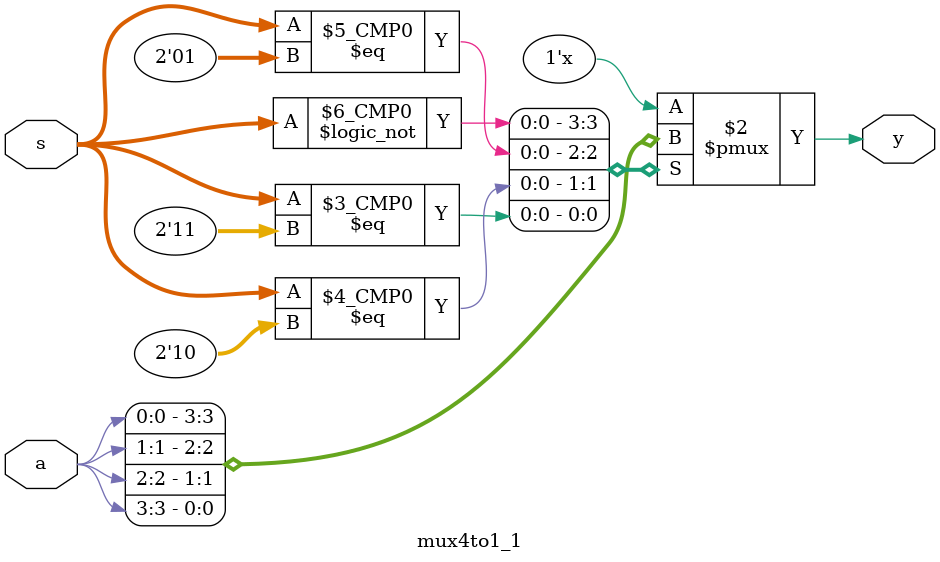
<source format=v>
module mux4to1_1(a,s,y);
    input [3:0]a;
    input [1:0]s;
    output reg y;
    always @(a or s ) 
    case(s)
    2'b00: y=a[0];
    2'b01: y=a[1];
    2'b10: y=a[2];
    2'b11: y=a[3];
    endcase
    
endmodule

</source>
